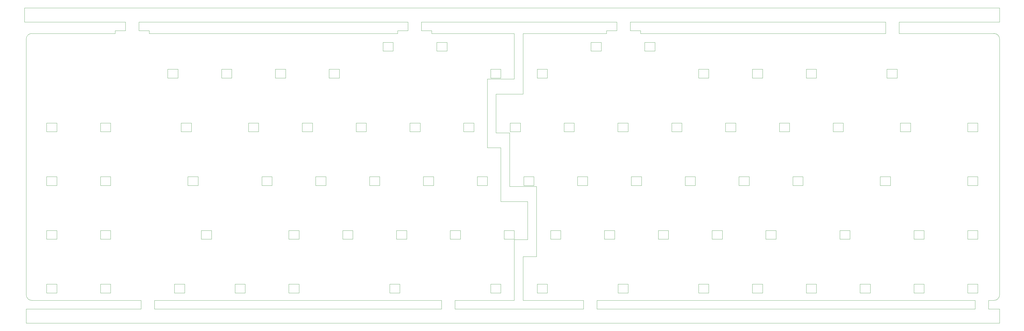
<source format=gm1>
%TF.GenerationSoftware,KiCad,Pcbnew,8.0.8*%
%TF.CreationDate,2025-04-15T16:26:55+09:00*%
%TF.ProjectId,sswkbd_wiring,7373776b-6264-45f7-9769-72696e672e6b,rev?*%
%TF.SameCoordinates,Original*%
%TF.FileFunction,Profile,NP*%
%FSLAX46Y46*%
G04 Gerber Fmt 4.6, Leading zero omitted, Abs format (unit mm)*
G04 Created by KiCad (PCBNEW 8.0.8) date 2025-04-15 16:26:55*
%MOMM*%
%LPD*%
G01*
G04 APERTURE LIST*
%TA.AperFunction,Profile*%
%ADD10C,0.050000*%
%TD*%
%TA.AperFunction,Profile*%
%ADD11C,0.100000*%
%TD*%
G04 APERTURE END LIST*
D10*
X220954600Y-161760000D02*
X175641196Y-161760000D01*
X220954600Y-158760000D02*
X220954600Y-161760000D01*
X199613000Y-158760000D02*
X220954600Y-158760000D01*
X199613000Y-143260000D02*
X199613000Y-158760000D01*
X204363000Y-143260000D02*
X199613000Y-143260000D01*
X204363000Y-118460000D02*
X204363000Y-143260000D01*
X194863000Y-118460000D02*
X204363000Y-118460000D01*
X194863000Y-99460000D02*
X194863000Y-118460000D01*
X190113000Y-99460000D02*
X194863000Y-99460000D01*
X190113000Y-85760000D02*
X190113000Y-99460000D01*
X199613000Y-85760000D02*
X190113000Y-85760000D01*
X199613000Y-64300000D02*
X199613000Y-85760000D01*
X229150000Y-64300000D02*
X199613000Y-64300000D01*
X229150000Y-63300000D02*
X229150000Y-64300000D01*
X232775004Y-63300000D02*
X229150000Y-63300000D01*
X232775004Y-60300000D02*
X232775004Y-63300000D01*
X163747000Y-60300000D02*
X232775004Y-60300000D01*
X163747000Y-63300000D02*
X163747000Y-60300000D01*
X167372000Y-63300000D02*
X163747000Y-63300000D01*
X167372000Y-64300000D02*
X167372000Y-63300000D01*
X196490750Y-64300000D02*
X167372000Y-64300000D01*
X196490750Y-80460000D02*
X196490750Y-64300000D01*
X186990750Y-80460000D02*
X196490750Y-80460000D01*
X186990750Y-104760000D02*
X186990750Y-80460000D01*
X191740750Y-104760000D02*
X186990750Y-104760000D01*
X191740750Y-123760000D02*
X191740750Y-104760000D01*
X201240750Y-123760000D02*
X191740750Y-123760000D01*
X201240750Y-137260000D02*
X201240750Y-123760000D01*
X196490750Y-137260000D02*
X201240750Y-137260000D01*
X196490750Y-158760000D02*
X196490750Y-137260000D01*
X175641196Y-158760000D02*
X196490750Y-158760000D01*
X175641196Y-161760000D02*
X175641196Y-158760000D01*
X170891200Y-161760000D02*
X69505796Y-161760000D01*
X69505796Y-158760000D02*
X170891200Y-158760000D01*
X69505796Y-158760000D02*
X69505796Y-161760000D01*
X64755800Y-158760000D02*
X64755800Y-161760000D01*
X225704596Y-158760000D02*
X359206800Y-158760000D01*
X170891200Y-158760000D02*
X170891200Y-161760000D01*
X225704596Y-161760000D02*
X359206800Y-161760000D01*
X225704596Y-158760000D02*
X225704596Y-161760000D01*
X363956796Y-158760000D02*
X363956796Y-161760000D01*
X359206800Y-158760000D02*
X359206800Y-161760000D01*
X363956796Y-161760000D02*
X367900000Y-161760000D01*
X365900000Y-158760000D02*
X363956796Y-158760000D01*
X327634404Y-60300000D02*
X241150000Y-60300000D01*
X332384400Y-61300000D02*
X332384400Y-60300000D01*
X327634404Y-61300000D02*
X327634404Y-60300000D01*
X241150000Y-64300000D02*
X327634404Y-64300000D01*
X332384400Y-61300000D02*
X332384400Y-64300000D01*
X327634404Y-61300000D02*
X327634404Y-64300000D01*
X237525000Y-60300000D02*
X237525000Y-63300000D01*
X241150000Y-60300000D02*
X237525000Y-60300000D01*
X241150000Y-63300000D02*
X241150000Y-64300000D01*
X237525000Y-63300000D02*
X241150000Y-63300000D01*
X158997000Y-63300000D02*
X155372000Y-63300000D01*
X158997004Y-60300000D02*
X158997004Y-63300000D01*
X155372000Y-60300000D02*
X158997004Y-60300000D01*
X155372000Y-64300000D02*
X155372000Y-63300000D01*
X67622000Y-63300000D02*
X67622000Y-64300000D01*
X63997000Y-60300000D02*
X63997000Y-63300000D01*
X67622000Y-60300000D02*
X63997000Y-60300000D01*
X59247004Y-60300000D02*
X59247004Y-63300000D01*
X55622000Y-60300000D02*
X59247004Y-60300000D01*
X63997000Y-63300000D02*
X67622000Y-63300000D01*
X59247000Y-63300000D02*
X55622000Y-63300000D01*
X367900000Y-156760000D02*
G75*
G02*
X365900000Y-158760000I-2000000J0D01*
G01*
X24240750Y-66300000D02*
G75*
G02*
X26240750Y-64300000I2000000J0D01*
G01*
X26240750Y-158760000D02*
G75*
G02*
X24240750Y-156760000I0J2000000D01*
G01*
X367900000Y-161760000D02*
X367900000Y-166760000D01*
X365900000Y-64300000D02*
X332384400Y-64300000D01*
X155372000Y-64300000D02*
X67622000Y-64300000D01*
X24240750Y-161760000D02*
X24240750Y-166760000D01*
X55622000Y-64300000D02*
X55622000Y-63300000D01*
X26240750Y-64300000D02*
X55622000Y-64300000D01*
X367900000Y-60300000D02*
X332384400Y-60300000D01*
X367900000Y-166760000D02*
X24240750Y-166760000D01*
X155372000Y-60300000D02*
X67622000Y-60300000D01*
X365900000Y-64300000D02*
G75*
G02*
X367900000Y-66300000I0J-2000000D01*
G01*
X367900000Y-55300000D02*
X367900000Y-60300000D01*
X24240750Y-161760000D02*
X64755800Y-161760000D01*
X26240750Y-158760000D02*
X64755800Y-158760000D01*
X23622000Y-60300000D02*
X23622000Y-55300000D01*
X24240750Y-95973000D02*
X24240750Y-66300000D01*
X24240750Y-95973000D02*
X24240750Y-156760000D01*
X55622000Y-60300000D02*
X23622000Y-60300000D01*
X367900000Y-156760000D02*
X367900000Y-66300000D01*
X23622000Y-55300000D02*
X367900000Y-55300000D01*
D11*
%TO.C,LED77*%
X209363000Y-133973000D02*
X212963000Y-133973000D01*
X209363000Y-137073000D02*
X209363000Y-133973000D01*
X212963000Y-133973000D02*
X212963000Y-137073000D01*
X212963000Y-137073000D02*
X209363000Y-137073000D01*
%TO.C,LED3*%
X31440750Y-133973000D02*
X35040750Y-133973000D01*
X31440750Y-137073000D02*
X31440750Y-133973000D01*
X35040750Y-133973000D02*
X35040750Y-137073000D01*
X35040750Y-137073000D02*
X31440750Y-137073000D01*
%TO.C,LED27*%
X145440750Y-114973000D02*
X149040750Y-114973000D01*
X145440750Y-118073000D02*
X145440750Y-114973000D01*
X149040750Y-114973000D02*
X149040750Y-118073000D01*
X149040750Y-118073000D02*
X145440750Y-118073000D01*
%TO.C,LED70*%
X228363000Y-133973000D02*
X231963000Y-133973000D01*
X228363000Y-137073000D02*
X228363000Y-133973000D01*
X231963000Y-133973000D02*
X231963000Y-137073000D01*
X231963000Y-137073000D02*
X228363000Y-137073000D01*
%TO.C,LED7*%
X50440750Y-114973000D02*
X54040750Y-114973000D01*
X50440750Y-118073000D02*
X50440750Y-114973000D01*
X54040750Y-114973000D02*
X54040750Y-118073000D01*
X54040750Y-118073000D02*
X50440750Y-118073000D01*
%TO.C,LED32*%
X173940750Y-133973000D02*
X177540750Y-133973000D01*
X173940750Y-137073000D02*
X173940750Y-133973000D01*
X177540750Y-133973000D02*
X177540750Y-137073000D01*
X177540750Y-137073000D02*
X173940750Y-137073000D01*
%TO.C,LED38*%
X188190750Y-76973000D02*
X191790750Y-76973000D01*
X188190750Y-80073000D02*
X188190750Y-76973000D01*
X191790750Y-76973000D02*
X191790750Y-80073000D01*
X191790750Y-80073000D02*
X188190750Y-80073000D01*
%TO.C,LED13*%
X76565750Y-152973000D02*
X80165750Y-152973000D01*
X76565750Y-156073000D02*
X76565750Y-152973000D01*
X80165750Y-152973000D02*
X80165750Y-156073000D01*
X80165750Y-156073000D02*
X76565750Y-156073000D01*
%TO.C,LED30*%
X159690750Y-95973000D02*
X163290750Y-95973000D01*
X159690750Y-99073000D02*
X159690750Y-95973000D01*
X163290750Y-95973000D02*
X163290750Y-99073000D01*
X163290750Y-99073000D02*
X159690750Y-99073000D01*
%TO.C,LED28*%
X131190750Y-76973000D02*
X134790750Y-76973000D01*
X131190750Y-80073000D02*
X131190750Y-76973000D01*
X134790750Y-76973000D02*
X134790750Y-80073000D01*
X134790750Y-80073000D02*
X131190750Y-80073000D01*
%TO.C,LED71*%
X233138000Y-152973000D02*
X236738000Y-152973000D01*
X233138000Y-156073000D02*
X233138000Y-152973000D01*
X236738000Y-152973000D02*
X236738000Y-156073000D01*
X236738000Y-156073000D02*
X233138000Y-156073000D01*
%TO.C,LED35*%
X178690750Y-95973000D02*
X182290750Y-95973000D01*
X178690750Y-99073000D02*
X178690750Y-95973000D01*
X182290750Y-95973000D02*
X182290750Y-99073000D01*
X182290750Y-99073000D02*
X178690750Y-99073000D01*
%TO.C,LED29*%
X150191250Y-67447000D02*
X153791250Y-67447000D01*
X150191250Y-70547000D02*
X150191250Y-67447000D01*
X153791250Y-67447000D02*
X153791250Y-70547000D01*
X153791250Y-70547000D02*
X150191250Y-70547000D01*
%TO.C,LED58*%
X261613000Y-76973000D02*
X265213000Y-76973000D01*
X261613000Y-80073000D02*
X261613000Y-76973000D01*
X265213000Y-76973000D02*
X265213000Y-80073000D01*
X265213000Y-80073000D02*
X261613000Y-80073000D01*
%TO.C,LED11*%
X81315750Y-114973000D02*
X84915750Y-114973000D01*
X81315750Y-118073000D02*
X81315750Y-114973000D01*
X84915750Y-114973000D02*
X84915750Y-118073000D01*
X84915750Y-118073000D02*
X81315750Y-118073000D01*
%TO.C,LED52*%
X299613000Y-152973000D02*
X303213000Y-152973000D01*
X299613000Y-156073000D02*
X299613000Y-152973000D01*
X303213000Y-152973000D02*
X303213000Y-156073000D01*
X303213000Y-156073000D02*
X299613000Y-156073000D01*
%TO.C,LED60*%
X275863000Y-114973000D02*
X279463000Y-114973000D01*
X275863000Y-118073000D02*
X275863000Y-114973000D01*
X279463000Y-114973000D02*
X279463000Y-118073000D01*
X279463000Y-118073000D02*
X275863000Y-118073000D01*
%TO.C,LED76*%
X199863000Y-114973000D02*
X203463000Y-114973000D01*
X199863000Y-118073000D02*
X199863000Y-114973000D01*
X203463000Y-114973000D02*
X203463000Y-118073000D01*
X203463000Y-118073000D02*
X199863000Y-118073000D01*
%TO.C,LED46*%
X332863000Y-95973000D02*
X336463000Y-95973000D01*
X332863000Y-99073000D02*
X332863000Y-95973000D01*
X336463000Y-95973000D02*
X336463000Y-99073000D01*
X336463000Y-99073000D02*
X332863000Y-99073000D01*
%TO.C,LED37*%
X169191250Y-67447000D02*
X172791250Y-67447000D01*
X169191250Y-70547000D02*
X169191250Y-67447000D01*
X172791250Y-67447000D02*
X172791250Y-70547000D01*
X172791250Y-70547000D02*
X169191250Y-70547000D01*
%TO.C,LED68*%
X233113000Y-95973000D02*
X236713000Y-95973000D01*
X233113000Y-99073000D02*
X233113000Y-95973000D01*
X236713000Y-95973000D02*
X236713000Y-99073000D01*
X236713000Y-99073000D02*
X233113000Y-99073000D01*
%TO.C,LED45*%
X325738000Y-114973000D02*
X329338000Y-114973000D01*
X325738000Y-118073000D02*
X325738000Y-114973000D01*
X329338000Y-114973000D02*
X329338000Y-118073000D01*
X329338000Y-118073000D02*
X325738000Y-118073000D01*
%TO.C,LED50*%
X311488000Y-133973000D02*
X315088000Y-133973000D01*
X311488000Y-137073000D02*
X311488000Y-133973000D01*
X315088000Y-133973000D02*
X315088000Y-137073000D01*
X315088000Y-137073000D02*
X311488000Y-137073000D01*
%TO.C,LED14*%
X97940750Y-152973000D02*
X101540750Y-152973000D01*
X97940750Y-156073000D02*
X97940750Y-152973000D01*
X101540750Y-152973000D02*
X101540750Y-156073000D01*
X101540750Y-156073000D02*
X97940750Y-156073000D01*
%TO.C,LED1*%
X31440750Y-95973000D02*
X35040750Y-95973000D01*
X31440750Y-99073000D02*
X31440750Y-95973000D01*
X35040750Y-95973000D02*
X35040750Y-99073000D01*
X35040750Y-99073000D02*
X31440750Y-99073000D01*
%TO.C,LED62*%
X261613000Y-152973000D02*
X265213000Y-152973000D01*
X261613000Y-156073000D02*
X261613000Y-152973000D01*
X265213000Y-152973000D02*
X265213000Y-156073000D01*
X265213000Y-156073000D02*
X261613000Y-156073000D01*
%TO.C,LED69*%
X237863000Y-114973000D02*
X241463000Y-114973000D01*
X237863000Y-118073000D02*
X237863000Y-114973000D01*
X241463000Y-114973000D02*
X241463000Y-118073000D01*
X241463000Y-118073000D02*
X237863000Y-118073000D01*
%TO.C,LED64*%
X256863000Y-114973000D02*
X260463000Y-114973000D01*
X256863000Y-118073000D02*
X256863000Y-114973000D01*
X260463000Y-114973000D02*
X260463000Y-118073000D01*
X260463000Y-118073000D02*
X256863000Y-118073000D01*
%TO.C,LED18*%
X102690750Y-95973000D02*
X106290750Y-95973000D01*
X102690750Y-99073000D02*
X102690750Y-95973000D01*
X106290750Y-95973000D02*
X106290750Y-99073000D01*
X106290750Y-99073000D02*
X102690750Y-99073000D01*
%TO.C,LED74*%
X204613000Y-76973000D02*
X208213000Y-76973000D01*
X204613000Y-80073000D02*
X204613000Y-76973000D01*
X208213000Y-76973000D02*
X208213000Y-80073000D01*
X208213000Y-80073000D02*
X204613000Y-80073000D01*
%TO.C,LED24*%
X152540750Y-152973000D02*
X156140750Y-152973000D01*
X152540750Y-156073000D02*
X152540750Y-152973000D01*
X156140750Y-152973000D02*
X156140750Y-156073000D01*
X156140750Y-156073000D02*
X152540750Y-156073000D01*
%TO.C,LED63*%
X247363000Y-133973000D02*
X250963000Y-133973000D01*
X247363000Y-137073000D02*
X247363000Y-133973000D01*
X250963000Y-133973000D02*
X250963000Y-137073000D01*
X250963000Y-137073000D02*
X247363000Y-137073000D01*
%TO.C,LED61*%
X266363000Y-133973000D02*
X269963000Y-133973000D01*
X266363000Y-137073000D02*
X266363000Y-133973000D01*
X269963000Y-133973000D02*
X269963000Y-137073000D01*
X269963000Y-137073000D02*
X266363000Y-137073000D01*
%TO.C,LED2*%
X31440750Y-114973000D02*
X35040750Y-114973000D01*
X31440750Y-118073000D02*
X31440750Y-114973000D01*
X35040750Y-114973000D02*
X35040750Y-118073000D01*
X35040750Y-118073000D02*
X31440750Y-118073000D01*
%TO.C,LED20*%
X112190750Y-76973000D02*
X115790750Y-76973000D01*
X112190750Y-80073000D02*
X112190750Y-76973000D01*
X115790750Y-76973000D02*
X115790750Y-80073000D01*
X115790750Y-80073000D02*
X112190750Y-80073000D01*
%TO.C,LED19*%
X93190750Y-76973000D02*
X96790750Y-76973000D01*
X93190750Y-80073000D02*
X93190750Y-76973000D01*
X96790750Y-76973000D02*
X96790750Y-80073000D01*
X96790750Y-80073000D02*
X93190750Y-80073000D01*
%TO.C,LED41*%
X356613000Y-133973000D02*
X360213000Y-133973000D01*
X356613000Y-137073000D02*
X356613000Y-133973000D01*
X360213000Y-133973000D02*
X360213000Y-137073000D01*
X360213000Y-137073000D02*
X356613000Y-137073000D01*
%TO.C,LED33*%
X188190750Y-152973000D02*
X191790750Y-152973000D01*
X188190750Y-156073000D02*
X188190750Y-152973000D01*
X191790750Y-152973000D02*
X191790750Y-156073000D01*
X191790750Y-156073000D02*
X188190750Y-156073000D01*
%TO.C,LED59*%
X271113000Y-95973000D02*
X274713000Y-95973000D01*
X271113000Y-99073000D02*
X271113000Y-95973000D01*
X274713000Y-95973000D02*
X274713000Y-99073000D01*
X274713000Y-99073000D02*
X271113000Y-99073000D01*
%TO.C,LED72*%
X218863000Y-114973000D02*
X222463000Y-114973000D01*
X218863000Y-118073000D02*
X218863000Y-114973000D01*
X222463000Y-114973000D02*
X222463000Y-118073000D01*
X222463000Y-118073000D02*
X218863000Y-118073000D01*
%TO.C,LED57*%
X280613000Y-76973000D02*
X284213000Y-76973000D01*
X280613000Y-80073000D02*
X280613000Y-76973000D01*
X284213000Y-76973000D02*
X284213000Y-80073000D01*
X284213000Y-80073000D02*
X280613000Y-80073000D01*
%TO.C,LED47*%
X328113000Y-76973000D02*
X331713000Y-76973000D01*
X328113000Y-80073000D02*
X328113000Y-76973000D01*
X331713000Y-76973000D02*
X331713000Y-80073000D01*
X331713000Y-80073000D02*
X328113000Y-80073000D01*
%TO.C,LED48*%
X299613000Y-76973000D02*
X303213000Y-76973000D01*
X299613000Y-80073000D02*
X299613000Y-76973000D01*
X303213000Y-76973000D02*
X303213000Y-80073000D01*
X303213000Y-80073000D02*
X299613000Y-80073000D01*
%TO.C,LED22*%
X126440750Y-114973000D02*
X130040750Y-114973000D01*
X126440750Y-118073000D02*
X126440750Y-114973000D01*
X130040750Y-114973000D02*
X130040750Y-118073000D01*
X130040750Y-118073000D02*
X126440750Y-118073000D01*
%TO.C,LED73*%
X214113000Y-95973000D02*
X217713000Y-95973000D01*
X214113000Y-99073000D02*
X214113000Y-95973000D01*
X217713000Y-95973000D02*
X217713000Y-99073000D01*
X217713000Y-99073000D02*
X214113000Y-99073000D01*
%TO.C,LED23*%
X135940750Y-133973000D02*
X139540750Y-133973000D01*
X135940750Y-137073000D02*
X135940750Y-133973000D01*
X139540750Y-133973000D02*
X139540750Y-137073000D01*
X139540750Y-137073000D02*
X135940750Y-137073000D01*
%TO.C,LED43*%
X337613000Y-152973000D02*
X341213000Y-152973000D01*
X337613000Y-156073000D02*
X337613000Y-152973000D01*
X341213000Y-152973000D02*
X341213000Y-156073000D01*
X341213000Y-156073000D02*
X337613000Y-156073000D01*
%TO.C,LED4*%
X31440750Y-152973000D02*
X35040750Y-152973000D01*
X31440750Y-156073000D02*
X31440750Y-152973000D01*
X35040750Y-152973000D02*
X35040750Y-156073000D01*
X35040750Y-156073000D02*
X31440750Y-156073000D01*
%TO.C,LED21*%
X121690750Y-95973000D02*
X125290750Y-95973000D01*
X121690750Y-99073000D02*
X121690750Y-95973000D01*
X125290750Y-95973000D02*
X125290750Y-99073000D01*
X125290750Y-99073000D02*
X121690750Y-99073000D01*
%TO.C,LED8*%
X50440750Y-95973000D02*
X54040750Y-95973000D01*
X50440750Y-99073000D02*
X50440750Y-95973000D01*
X54040750Y-95973000D02*
X54040750Y-99073000D01*
X54040750Y-99073000D02*
X50440750Y-99073000D01*
%TO.C,LED49*%
X309113000Y-95973000D02*
X312713000Y-95973000D01*
X309113000Y-99073000D02*
X309113000Y-95973000D01*
X312713000Y-95973000D02*
X312713000Y-99073000D01*
X312713000Y-99073000D02*
X309113000Y-99073000D01*
%TO.C,LED15*%
X116940750Y-152973000D02*
X120540750Y-152973000D01*
X116940750Y-156073000D02*
X116940750Y-152973000D01*
X120540750Y-152973000D02*
X120540750Y-156073000D01*
X120540750Y-156073000D02*
X116940750Y-156073000D01*
%TO.C,LED78*%
X204613000Y-152973000D02*
X208213000Y-152973000D01*
X204613000Y-156073000D02*
X204613000Y-152973000D01*
X208213000Y-152973000D02*
X208213000Y-156073000D01*
X208213000Y-156073000D02*
X204613000Y-156073000D01*
%TO.C,LED39*%
X356613000Y-95973000D02*
X360213000Y-95973000D01*
X356613000Y-99073000D02*
X356613000Y-95973000D01*
X360213000Y-95973000D02*
X360213000Y-99073000D01*
X360213000Y-99073000D02*
X356613000Y-99073000D01*
%TO.C,LED44*%
X337613000Y-133973000D02*
X341213000Y-133973000D01*
X337613000Y-137073000D02*
X337613000Y-133973000D01*
X341213000Y-133973000D02*
X341213000Y-137073000D01*
X341213000Y-137073000D02*
X337613000Y-137073000D01*
%TO.C,LED75*%
X195113000Y-95973000D02*
X198713000Y-95973000D01*
X195113000Y-99073000D02*
X195113000Y-95973000D01*
X198713000Y-95973000D02*
X198713000Y-99073000D01*
X198713000Y-99073000D02*
X195113000Y-99073000D01*
%TO.C,LED5*%
X50440750Y-152973000D02*
X54040750Y-152973000D01*
X50440750Y-156073000D02*
X50440750Y-152973000D01*
X54040750Y-152973000D02*
X54040750Y-156073000D01*
X54040750Y-156073000D02*
X50440750Y-156073000D01*
%TO.C,LED51*%
X318613000Y-152973000D02*
X322213000Y-152973000D01*
X318613000Y-156073000D02*
X318613000Y-152973000D01*
X322213000Y-152973000D02*
X322213000Y-156073000D01*
X322213000Y-156073000D02*
X318613000Y-156073000D01*
%TO.C,LED6*%
X50440750Y-133973000D02*
X54040750Y-133973000D01*
X50440750Y-137073000D02*
X50440750Y-133973000D01*
X54040750Y-133973000D02*
X54040750Y-137073000D01*
X54040750Y-137073000D02*
X50440750Y-137073000D01*
%TO.C,LED42*%
X356613000Y-152973000D02*
X360213000Y-152973000D01*
X356613000Y-156073000D02*
X356613000Y-152973000D01*
X360213000Y-152973000D02*
X360213000Y-156073000D01*
X360213000Y-156073000D02*
X356613000Y-156073000D01*
%TO.C,LED34*%
X192940750Y-133973000D02*
X196540750Y-133973000D01*
X192940750Y-137073000D02*
X192940750Y-133973000D01*
X196540750Y-133973000D02*
X196540750Y-137073000D01*
X196540750Y-137073000D02*
X192940750Y-137073000D01*
%TO.C,LED10*%
X78940750Y-95973000D02*
X82540750Y-95973000D01*
X78940750Y-99073000D02*
X78940750Y-95973000D01*
X82540750Y-95973000D02*
X82540750Y-99073000D01*
X82540750Y-99073000D02*
X78940750Y-99073000D01*
%TO.C,LED17*%
X107440750Y-114973000D02*
X111040750Y-114973000D01*
X107440750Y-118073000D02*
X107440750Y-114973000D01*
X111040750Y-114973000D02*
X111040750Y-118073000D01*
X111040750Y-118073000D02*
X107440750Y-118073000D01*
%TO.C,LED56*%
X294863000Y-114973000D02*
X298463000Y-114973000D01*
X294863000Y-118073000D02*
X294863000Y-114973000D01*
X298463000Y-114973000D02*
X298463000Y-118073000D01*
X298463000Y-118073000D02*
X294863000Y-118073000D01*
%TO.C,LED67*%
X223613000Y-67447000D02*
X227213000Y-67447000D01*
X223613000Y-70547000D02*
X223613000Y-67447000D01*
X227213000Y-67447000D02*
X227213000Y-70547000D01*
X227213000Y-70547000D02*
X223613000Y-70547000D01*
%TO.C,LED31*%
X164440750Y-114973000D02*
X168040750Y-114973000D01*
X164440750Y-118073000D02*
X164440750Y-114973000D01*
X168040750Y-114973000D02*
X168040750Y-118073000D01*
X168040750Y-118073000D02*
X164440750Y-118073000D01*
%TO.C,LED53*%
X280613000Y-152973000D02*
X284213000Y-152973000D01*
X280613000Y-156073000D02*
X280613000Y-152973000D01*
X284213000Y-152973000D02*
X284213000Y-156073000D01*
X284213000Y-156073000D02*
X280613000Y-156073000D01*
%TO.C,LED36*%
X183440750Y-114973000D02*
X187040750Y-114973000D01*
X183440750Y-118073000D02*
X183440750Y-114973000D01*
X187040750Y-114973000D02*
X187040750Y-118073000D01*
X187040750Y-118073000D02*
X183440750Y-118073000D01*
%TO.C,LED65*%
X242612000Y-67447000D02*
X246212000Y-67447000D01*
X242612000Y-70547000D02*
X242612000Y-67447000D01*
X246212000Y-67447000D02*
X246212000Y-70547000D01*
X246212000Y-70547000D02*
X242612000Y-70547000D01*
%TO.C,LED9*%
X74190750Y-76973000D02*
X77790750Y-76973000D01*
X74190750Y-80073000D02*
X74190750Y-76973000D01*
X77790750Y-76973000D02*
X77790750Y-80073000D01*
X77790750Y-80073000D02*
X74190750Y-80073000D01*
%TO.C,LED66*%
X252113000Y-95973000D02*
X255713000Y-95973000D01*
X252113000Y-99073000D02*
X252113000Y-95973000D01*
X255713000Y-95973000D02*
X255713000Y-99073000D01*
X255713000Y-99073000D02*
X252113000Y-99073000D01*
%TO.C,LED26*%
X140690750Y-95973000D02*
X144290750Y-95973000D01*
X140690750Y-99073000D02*
X140690750Y-95973000D01*
X144290750Y-95973000D02*
X144290750Y-99073000D01*
X144290750Y-99073000D02*
X140690750Y-99073000D01*
%TO.C,LED54*%
X285363000Y-133973000D02*
X288963000Y-133973000D01*
X285363000Y-137073000D02*
X285363000Y-133973000D01*
X288963000Y-133973000D02*
X288963000Y-137073000D01*
X288963000Y-137073000D02*
X285363000Y-137073000D01*
%TO.C,LED55*%
X290113000Y-95973000D02*
X293713000Y-95973000D01*
X290113000Y-99073000D02*
X290113000Y-95973000D01*
X293713000Y-95973000D02*
X293713000Y-99073000D01*
X293713000Y-99073000D02*
X290113000Y-99073000D01*
%TO.C,LED12*%
X86065750Y-133973000D02*
X89665750Y-133973000D01*
X86065750Y-137073000D02*
X86065750Y-133973000D01*
X89665750Y-133973000D02*
X89665750Y-137073000D01*
X89665750Y-137073000D02*
X86065750Y-137073000D01*
%TO.C,LED40*%
X356613000Y-114973000D02*
X360213000Y-114973000D01*
X356613000Y-118073000D02*
X356613000Y-114973000D01*
X360213000Y-114973000D02*
X360213000Y-118073000D01*
X360213000Y-118073000D02*
X356613000Y-118073000D01*
%TO.C,LED25*%
X154940750Y-133973000D02*
X158540750Y-133973000D01*
X154940750Y-137073000D02*
X154940750Y-133973000D01*
X158540750Y-133973000D02*
X158540750Y-137073000D01*
X158540750Y-137073000D02*
X154940750Y-137073000D01*
%TO.C,LED16*%
X116940750Y-133973000D02*
X120540750Y-133973000D01*
X116940750Y-137073000D02*
X116940750Y-133973000D01*
X120540750Y-133973000D02*
X120540750Y-137073000D01*
X120540750Y-137073000D02*
X116940750Y-137073000D01*
%TD*%
M02*

</source>
